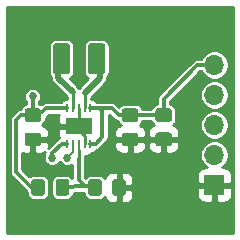
<source format=gbr>
G04 #@! TF.GenerationSoftware,KiCad,Pcbnew,5.1.5+dfsg1-2build2*
G04 #@! TF.CreationDate,2020-09-01T14:50:31-04:00*
G04 #@! TF.ProjectId,TPS63001Supply,54505336-3330-4303-9153-7570706c792e,rev?*
G04 #@! TF.SameCoordinates,Original*
G04 #@! TF.FileFunction,Copper,L1,Top*
G04 #@! TF.FilePolarity,Positive*
%FSLAX46Y46*%
G04 Gerber Fmt 4.6, Leading zero omitted, Abs format (unit mm)*
G04 Created by KiCad (PCBNEW 5.1.5+dfsg1-2build2) date 2020-09-01 14:50:31*
%MOMM*%
%LPD*%
G04 APERTURE LIST*
%ADD10R,0.250000X0.800000*%
%ADD11R,2.200000X1.450000*%
%ADD12C,0.100000*%
%ADD13R,1.700000X1.700000*%
%ADD14O,1.700000X1.700000*%
%ADD15C,0.685800*%
%ADD16C,0.304800*%
%ADD17C,0.254000*%
%ADD18C,0.152400*%
%ADD19C,0.200000*%
%ADD20C,0.508000*%
G04 APERTURE END LIST*
D10*
X149501100Y-103503600D03*
X149001100Y-103503600D03*
X148501100Y-103503600D03*
X148001100Y-103503600D03*
X147501100Y-103503600D03*
X147501100Y-106503600D03*
X148001100Y-106503600D03*
X148501100Y-106503600D03*
X149001100Y-106503600D03*
X149501100Y-106503600D03*
D11*
X148501100Y-105003600D03*
G04 #@! TA.AperFunction,SMDPad,CuDef*
D12*
G36*
X145102105Y-105556404D02*
G01*
X145126373Y-105560004D01*
X145150172Y-105565965D01*
X145173271Y-105574230D01*
X145195450Y-105584720D01*
X145216493Y-105597332D01*
X145236199Y-105611947D01*
X145254377Y-105628423D01*
X145270853Y-105646601D01*
X145285468Y-105666307D01*
X145298080Y-105687350D01*
X145308570Y-105709529D01*
X145316835Y-105732628D01*
X145322796Y-105756427D01*
X145326396Y-105780695D01*
X145327600Y-105805199D01*
X145327600Y-106455201D01*
X145326396Y-106479705D01*
X145322796Y-106503973D01*
X145316835Y-106527772D01*
X145308570Y-106550871D01*
X145298080Y-106573050D01*
X145285468Y-106594093D01*
X145270853Y-106613799D01*
X145254377Y-106631977D01*
X145236199Y-106648453D01*
X145216493Y-106663068D01*
X145195450Y-106675680D01*
X145173271Y-106686170D01*
X145150172Y-106694435D01*
X145126373Y-106700396D01*
X145102105Y-106703996D01*
X145077601Y-106705200D01*
X144177599Y-106705200D01*
X144153095Y-106703996D01*
X144128827Y-106700396D01*
X144105028Y-106694435D01*
X144081929Y-106686170D01*
X144059750Y-106675680D01*
X144038707Y-106663068D01*
X144019001Y-106648453D01*
X144000823Y-106631977D01*
X143984347Y-106613799D01*
X143969732Y-106594093D01*
X143957120Y-106573050D01*
X143946630Y-106550871D01*
X143938365Y-106527772D01*
X143932404Y-106503973D01*
X143928804Y-106479705D01*
X143927600Y-106455201D01*
X143927600Y-105805199D01*
X143928804Y-105780695D01*
X143932404Y-105756427D01*
X143938365Y-105732628D01*
X143946630Y-105709529D01*
X143957120Y-105687350D01*
X143969732Y-105666307D01*
X143984347Y-105646601D01*
X144000823Y-105628423D01*
X144019001Y-105611947D01*
X144038707Y-105597332D01*
X144059750Y-105584720D01*
X144081929Y-105574230D01*
X144105028Y-105565965D01*
X144128827Y-105560004D01*
X144153095Y-105556404D01*
X144177599Y-105555200D01*
X145077601Y-105555200D01*
X145102105Y-105556404D01*
G37*
G04 #@! TD.AperFunction*
G04 #@! TA.AperFunction,SMDPad,CuDef*
G36*
X145102105Y-103506404D02*
G01*
X145126373Y-103510004D01*
X145150172Y-103515965D01*
X145173271Y-103524230D01*
X145195450Y-103534720D01*
X145216493Y-103547332D01*
X145236199Y-103561947D01*
X145254377Y-103578423D01*
X145270853Y-103596601D01*
X145285468Y-103616307D01*
X145298080Y-103637350D01*
X145308570Y-103659529D01*
X145316835Y-103682628D01*
X145322796Y-103706427D01*
X145326396Y-103730695D01*
X145327600Y-103755199D01*
X145327600Y-104405201D01*
X145326396Y-104429705D01*
X145322796Y-104453973D01*
X145316835Y-104477772D01*
X145308570Y-104500871D01*
X145298080Y-104523050D01*
X145285468Y-104544093D01*
X145270853Y-104563799D01*
X145254377Y-104581977D01*
X145236199Y-104598453D01*
X145216493Y-104613068D01*
X145195450Y-104625680D01*
X145173271Y-104636170D01*
X145150172Y-104644435D01*
X145126373Y-104650396D01*
X145102105Y-104653996D01*
X145077601Y-104655200D01*
X144177599Y-104655200D01*
X144153095Y-104653996D01*
X144128827Y-104650396D01*
X144105028Y-104644435D01*
X144081929Y-104636170D01*
X144059750Y-104625680D01*
X144038707Y-104613068D01*
X144019001Y-104598453D01*
X144000823Y-104581977D01*
X143984347Y-104563799D01*
X143969732Y-104544093D01*
X143957120Y-104523050D01*
X143946630Y-104500871D01*
X143938365Y-104477772D01*
X143932404Y-104453973D01*
X143928804Y-104429705D01*
X143927600Y-104405201D01*
X143927600Y-103755199D01*
X143928804Y-103730695D01*
X143932404Y-103706427D01*
X143938365Y-103682628D01*
X143946630Y-103659529D01*
X143957120Y-103637350D01*
X143969732Y-103616307D01*
X143984347Y-103596601D01*
X144000823Y-103578423D01*
X144019001Y-103561947D01*
X144038707Y-103547332D01*
X144059750Y-103534720D01*
X144081929Y-103524230D01*
X144105028Y-103515965D01*
X144128827Y-103510004D01*
X144153095Y-103506404D01*
X144177599Y-103505200D01*
X145077601Y-103505200D01*
X145102105Y-103506404D01*
G37*
G04 #@! TD.AperFunction*
G04 #@! TA.AperFunction,SMDPad,CuDef*
G36*
X150224505Y-109501204D02*
G01*
X150248773Y-109504804D01*
X150272572Y-109510765D01*
X150295671Y-109519030D01*
X150317850Y-109529520D01*
X150338893Y-109542132D01*
X150358599Y-109556747D01*
X150376777Y-109573223D01*
X150393253Y-109591401D01*
X150407868Y-109611107D01*
X150420480Y-109632150D01*
X150430970Y-109654329D01*
X150439235Y-109677428D01*
X150445196Y-109701227D01*
X150448796Y-109725495D01*
X150450000Y-109749999D01*
X150450000Y-110650001D01*
X150448796Y-110674505D01*
X150445196Y-110698773D01*
X150439235Y-110722572D01*
X150430970Y-110745671D01*
X150420480Y-110767850D01*
X150407868Y-110788893D01*
X150393253Y-110808599D01*
X150376777Y-110826777D01*
X150358599Y-110843253D01*
X150338893Y-110857868D01*
X150317850Y-110870480D01*
X150295671Y-110880970D01*
X150272572Y-110889235D01*
X150248773Y-110895196D01*
X150224505Y-110898796D01*
X150200001Y-110900000D01*
X149549999Y-110900000D01*
X149525495Y-110898796D01*
X149501227Y-110895196D01*
X149477428Y-110889235D01*
X149454329Y-110880970D01*
X149432150Y-110870480D01*
X149411107Y-110857868D01*
X149391401Y-110843253D01*
X149373223Y-110826777D01*
X149356747Y-110808599D01*
X149342132Y-110788893D01*
X149329520Y-110767850D01*
X149319030Y-110745671D01*
X149310765Y-110722572D01*
X149304804Y-110698773D01*
X149301204Y-110674505D01*
X149300000Y-110650001D01*
X149300000Y-109749999D01*
X149301204Y-109725495D01*
X149304804Y-109701227D01*
X149310765Y-109677428D01*
X149319030Y-109654329D01*
X149329520Y-109632150D01*
X149342132Y-109611107D01*
X149356747Y-109591401D01*
X149373223Y-109573223D01*
X149391401Y-109556747D01*
X149411107Y-109542132D01*
X149432150Y-109529520D01*
X149454329Y-109519030D01*
X149477428Y-109510765D01*
X149501227Y-109504804D01*
X149525495Y-109501204D01*
X149549999Y-109500000D01*
X150200001Y-109500000D01*
X150224505Y-109501204D01*
G37*
G04 #@! TD.AperFunction*
G04 #@! TA.AperFunction,SMDPad,CuDef*
G36*
X152274505Y-109501204D02*
G01*
X152298773Y-109504804D01*
X152322572Y-109510765D01*
X152345671Y-109519030D01*
X152367850Y-109529520D01*
X152388893Y-109542132D01*
X152408599Y-109556747D01*
X152426777Y-109573223D01*
X152443253Y-109591401D01*
X152457868Y-109611107D01*
X152470480Y-109632150D01*
X152480970Y-109654329D01*
X152489235Y-109677428D01*
X152495196Y-109701227D01*
X152498796Y-109725495D01*
X152500000Y-109749999D01*
X152500000Y-110650001D01*
X152498796Y-110674505D01*
X152495196Y-110698773D01*
X152489235Y-110722572D01*
X152480970Y-110745671D01*
X152470480Y-110767850D01*
X152457868Y-110788893D01*
X152443253Y-110808599D01*
X152426777Y-110826777D01*
X152408599Y-110843253D01*
X152388893Y-110857868D01*
X152367850Y-110870480D01*
X152345671Y-110880970D01*
X152322572Y-110889235D01*
X152298773Y-110895196D01*
X152274505Y-110898796D01*
X152250001Y-110900000D01*
X151599999Y-110900000D01*
X151575495Y-110898796D01*
X151551227Y-110895196D01*
X151527428Y-110889235D01*
X151504329Y-110880970D01*
X151482150Y-110870480D01*
X151461107Y-110857868D01*
X151441401Y-110843253D01*
X151423223Y-110826777D01*
X151406747Y-110808599D01*
X151392132Y-110788893D01*
X151379520Y-110767850D01*
X151369030Y-110745671D01*
X151360765Y-110722572D01*
X151354804Y-110698773D01*
X151351204Y-110674505D01*
X151350000Y-110650001D01*
X151350000Y-109749999D01*
X151351204Y-109725495D01*
X151354804Y-109701227D01*
X151360765Y-109677428D01*
X151369030Y-109654329D01*
X151379520Y-109632150D01*
X151392132Y-109611107D01*
X151406747Y-109591401D01*
X151423223Y-109573223D01*
X151441401Y-109556747D01*
X151461107Y-109542132D01*
X151482150Y-109529520D01*
X151504329Y-109519030D01*
X151527428Y-109510765D01*
X151551227Y-109504804D01*
X151575495Y-109501204D01*
X151599999Y-109500000D01*
X152250001Y-109500000D01*
X152274505Y-109501204D01*
G37*
G04 #@! TD.AperFunction*
G04 #@! TA.AperFunction,SMDPad,CuDef*
G36*
X156174505Y-105551204D02*
G01*
X156198773Y-105554804D01*
X156222572Y-105560765D01*
X156245671Y-105569030D01*
X156267850Y-105579520D01*
X156288893Y-105592132D01*
X156308599Y-105606747D01*
X156326777Y-105623223D01*
X156343253Y-105641401D01*
X156357868Y-105661107D01*
X156370480Y-105682150D01*
X156380970Y-105704329D01*
X156389235Y-105727428D01*
X156395196Y-105751227D01*
X156398796Y-105775495D01*
X156400000Y-105799999D01*
X156400000Y-106450001D01*
X156398796Y-106474505D01*
X156395196Y-106498773D01*
X156389235Y-106522572D01*
X156380970Y-106545671D01*
X156370480Y-106567850D01*
X156357868Y-106588893D01*
X156343253Y-106608599D01*
X156326777Y-106626777D01*
X156308599Y-106643253D01*
X156288893Y-106657868D01*
X156267850Y-106670480D01*
X156245671Y-106680970D01*
X156222572Y-106689235D01*
X156198773Y-106695196D01*
X156174505Y-106698796D01*
X156150001Y-106700000D01*
X155249999Y-106700000D01*
X155225495Y-106698796D01*
X155201227Y-106695196D01*
X155177428Y-106689235D01*
X155154329Y-106680970D01*
X155132150Y-106670480D01*
X155111107Y-106657868D01*
X155091401Y-106643253D01*
X155073223Y-106626777D01*
X155056747Y-106608599D01*
X155042132Y-106588893D01*
X155029520Y-106567850D01*
X155019030Y-106545671D01*
X155010765Y-106522572D01*
X155004804Y-106498773D01*
X155001204Y-106474505D01*
X155000000Y-106450001D01*
X155000000Y-105799999D01*
X155001204Y-105775495D01*
X155004804Y-105751227D01*
X155010765Y-105727428D01*
X155019030Y-105704329D01*
X155029520Y-105682150D01*
X155042132Y-105661107D01*
X155056747Y-105641401D01*
X155073223Y-105623223D01*
X155091401Y-105606747D01*
X155111107Y-105592132D01*
X155132150Y-105579520D01*
X155154329Y-105569030D01*
X155177428Y-105560765D01*
X155201227Y-105554804D01*
X155225495Y-105551204D01*
X155249999Y-105550000D01*
X156150001Y-105550000D01*
X156174505Y-105551204D01*
G37*
G04 #@! TD.AperFunction*
G04 #@! TA.AperFunction,SMDPad,CuDef*
G36*
X156174505Y-103501204D02*
G01*
X156198773Y-103504804D01*
X156222572Y-103510765D01*
X156245671Y-103519030D01*
X156267850Y-103529520D01*
X156288893Y-103542132D01*
X156308599Y-103556747D01*
X156326777Y-103573223D01*
X156343253Y-103591401D01*
X156357868Y-103611107D01*
X156370480Y-103632150D01*
X156380970Y-103654329D01*
X156389235Y-103677428D01*
X156395196Y-103701227D01*
X156398796Y-103725495D01*
X156400000Y-103749999D01*
X156400000Y-104400001D01*
X156398796Y-104424505D01*
X156395196Y-104448773D01*
X156389235Y-104472572D01*
X156380970Y-104495671D01*
X156370480Y-104517850D01*
X156357868Y-104538893D01*
X156343253Y-104558599D01*
X156326777Y-104576777D01*
X156308599Y-104593253D01*
X156288893Y-104607868D01*
X156267850Y-104620480D01*
X156245671Y-104630970D01*
X156222572Y-104639235D01*
X156198773Y-104645196D01*
X156174505Y-104648796D01*
X156150001Y-104650000D01*
X155249999Y-104650000D01*
X155225495Y-104648796D01*
X155201227Y-104645196D01*
X155177428Y-104639235D01*
X155154329Y-104630970D01*
X155132150Y-104620480D01*
X155111107Y-104607868D01*
X155091401Y-104593253D01*
X155073223Y-104576777D01*
X155056747Y-104558599D01*
X155042132Y-104538893D01*
X155029520Y-104517850D01*
X155019030Y-104495671D01*
X155010765Y-104472572D01*
X155004804Y-104448773D01*
X155001204Y-104424505D01*
X155000000Y-104400001D01*
X155000000Y-103749999D01*
X155001204Y-103725495D01*
X155004804Y-103701227D01*
X155010765Y-103677428D01*
X155019030Y-103654329D01*
X155029520Y-103632150D01*
X155042132Y-103611107D01*
X155056747Y-103591401D01*
X155073223Y-103573223D01*
X155091401Y-103556747D01*
X155111107Y-103542132D01*
X155132150Y-103529520D01*
X155154329Y-103519030D01*
X155177428Y-103510765D01*
X155201227Y-103504804D01*
X155225495Y-103501204D01*
X155249999Y-103500000D01*
X156150001Y-103500000D01*
X156174505Y-103501204D01*
G37*
G04 #@! TD.AperFunction*
G04 #@! TA.AperFunction,SMDPad,CuDef*
G36*
X153331705Y-103506404D02*
G01*
X153355973Y-103510004D01*
X153379772Y-103515965D01*
X153402871Y-103524230D01*
X153425050Y-103534720D01*
X153446093Y-103547332D01*
X153465799Y-103561947D01*
X153483977Y-103578423D01*
X153500453Y-103596601D01*
X153515068Y-103616307D01*
X153527680Y-103637350D01*
X153538170Y-103659529D01*
X153546435Y-103682628D01*
X153552396Y-103706427D01*
X153555996Y-103730695D01*
X153557200Y-103755199D01*
X153557200Y-104405201D01*
X153555996Y-104429705D01*
X153552396Y-104453973D01*
X153546435Y-104477772D01*
X153538170Y-104500871D01*
X153527680Y-104523050D01*
X153515068Y-104544093D01*
X153500453Y-104563799D01*
X153483977Y-104581977D01*
X153465799Y-104598453D01*
X153446093Y-104613068D01*
X153425050Y-104625680D01*
X153402871Y-104636170D01*
X153379772Y-104644435D01*
X153355973Y-104650396D01*
X153331705Y-104653996D01*
X153307201Y-104655200D01*
X152407199Y-104655200D01*
X152382695Y-104653996D01*
X152358427Y-104650396D01*
X152334628Y-104644435D01*
X152311529Y-104636170D01*
X152289350Y-104625680D01*
X152268307Y-104613068D01*
X152248601Y-104598453D01*
X152230423Y-104581977D01*
X152213947Y-104563799D01*
X152199332Y-104544093D01*
X152186720Y-104523050D01*
X152176230Y-104500871D01*
X152167965Y-104477772D01*
X152162004Y-104453973D01*
X152158404Y-104429705D01*
X152157200Y-104405201D01*
X152157200Y-103755199D01*
X152158404Y-103730695D01*
X152162004Y-103706427D01*
X152167965Y-103682628D01*
X152176230Y-103659529D01*
X152186720Y-103637350D01*
X152199332Y-103616307D01*
X152213947Y-103596601D01*
X152230423Y-103578423D01*
X152248601Y-103561947D01*
X152268307Y-103547332D01*
X152289350Y-103534720D01*
X152311529Y-103524230D01*
X152334628Y-103515965D01*
X152358427Y-103510004D01*
X152382695Y-103506404D01*
X152407199Y-103505200D01*
X153307201Y-103505200D01*
X153331705Y-103506404D01*
G37*
G04 #@! TD.AperFunction*
G04 #@! TA.AperFunction,SMDPad,CuDef*
G36*
X153331705Y-105556404D02*
G01*
X153355973Y-105560004D01*
X153379772Y-105565965D01*
X153402871Y-105574230D01*
X153425050Y-105584720D01*
X153446093Y-105597332D01*
X153465799Y-105611947D01*
X153483977Y-105628423D01*
X153500453Y-105646601D01*
X153515068Y-105666307D01*
X153527680Y-105687350D01*
X153538170Y-105709529D01*
X153546435Y-105732628D01*
X153552396Y-105756427D01*
X153555996Y-105780695D01*
X153557200Y-105805199D01*
X153557200Y-106455201D01*
X153555996Y-106479705D01*
X153552396Y-106503973D01*
X153546435Y-106527772D01*
X153538170Y-106550871D01*
X153527680Y-106573050D01*
X153515068Y-106594093D01*
X153500453Y-106613799D01*
X153483977Y-106631977D01*
X153465799Y-106648453D01*
X153446093Y-106663068D01*
X153425050Y-106675680D01*
X153402871Y-106686170D01*
X153379772Y-106694435D01*
X153355973Y-106700396D01*
X153331705Y-106703996D01*
X153307201Y-106705200D01*
X152407199Y-106705200D01*
X152382695Y-106703996D01*
X152358427Y-106700396D01*
X152334628Y-106694435D01*
X152311529Y-106686170D01*
X152289350Y-106675680D01*
X152268307Y-106663068D01*
X152248601Y-106648453D01*
X152230423Y-106631977D01*
X152213947Y-106613799D01*
X152199332Y-106594093D01*
X152186720Y-106573050D01*
X152176230Y-106550871D01*
X152167965Y-106527772D01*
X152162004Y-106503973D01*
X152158404Y-106479705D01*
X152157200Y-106455201D01*
X152157200Y-105805199D01*
X152158404Y-105780695D01*
X152162004Y-105756427D01*
X152167965Y-105732628D01*
X152176230Y-105709529D01*
X152186720Y-105687350D01*
X152199332Y-105666307D01*
X152213947Y-105646601D01*
X152230423Y-105628423D01*
X152248601Y-105611947D01*
X152268307Y-105597332D01*
X152289350Y-105584720D01*
X152311529Y-105574230D01*
X152334628Y-105565965D01*
X152358427Y-105560004D01*
X152382695Y-105556404D01*
X152407199Y-105555200D01*
X153307201Y-105555200D01*
X153331705Y-105556404D01*
G37*
G04 #@! TD.AperFunction*
D13*
X160000000Y-110000000D03*
D14*
X160000000Y-107460000D03*
X160000000Y-104920000D03*
X160000000Y-102380000D03*
X160000000Y-99840000D03*
G04 #@! TA.AperFunction,SMDPad,CuDef*
D12*
G36*
X147538704Y-97990204D02*
G01*
X147562973Y-97993804D01*
X147586771Y-97999765D01*
X147609871Y-98008030D01*
X147632049Y-98018520D01*
X147653093Y-98031133D01*
X147672798Y-98045747D01*
X147690977Y-98062223D01*
X147707453Y-98080402D01*
X147722067Y-98100107D01*
X147734680Y-98121151D01*
X147745170Y-98143329D01*
X147753435Y-98166429D01*
X147759396Y-98190227D01*
X147762996Y-98214496D01*
X147764200Y-98239000D01*
X147764200Y-100389000D01*
X147762996Y-100413504D01*
X147759396Y-100437773D01*
X147753435Y-100461571D01*
X147745170Y-100484671D01*
X147734680Y-100506849D01*
X147722067Y-100527893D01*
X147707453Y-100547598D01*
X147690977Y-100565777D01*
X147672798Y-100582253D01*
X147653093Y-100596867D01*
X147632049Y-100609480D01*
X147609871Y-100619970D01*
X147586771Y-100628235D01*
X147562973Y-100634196D01*
X147538704Y-100637796D01*
X147514200Y-100639000D01*
X146589200Y-100639000D01*
X146564696Y-100637796D01*
X146540427Y-100634196D01*
X146516629Y-100628235D01*
X146493529Y-100619970D01*
X146471351Y-100609480D01*
X146450307Y-100596867D01*
X146430602Y-100582253D01*
X146412423Y-100565777D01*
X146395947Y-100547598D01*
X146381333Y-100527893D01*
X146368720Y-100506849D01*
X146358230Y-100484671D01*
X146349965Y-100461571D01*
X146344004Y-100437773D01*
X146340404Y-100413504D01*
X146339200Y-100389000D01*
X146339200Y-98239000D01*
X146340404Y-98214496D01*
X146344004Y-98190227D01*
X146349965Y-98166429D01*
X146358230Y-98143329D01*
X146368720Y-98121151D01*
X146381333Y-98100107D01*
X146395947Y-98080402D01*
X146412423Y-98062223D01*
X146430602Y-98045747D01*
X146450307Y-98031133D01*
X146471351Y-98018520D01*
X146493529Y-98008030D01*
X146516629Y-97999765D01*
X146540427Y-97993804D01*
X146564696Y-97990204D01*
X146589200Y-97989000D01*
X147514200Y-97989000D01*
X147538704Y-97990204D01*
G37*
G04 #@! TD.AperFunction*
G04 #@! TA.AperFunction,SMDPad,CuDef*
G36*
X150513704Y-97990204D02*
G01*
X150537973Y-97993804D01*
X150561771Y-97999765D01*
X150584871Y-98008030D01*
X150607049Y-98018520D01*
X150628093Y-98031133D01*
X150647798Y-98045747D01*
X150665977Y-98062223D01*
X150682453Y-98080402D01*
X150697067Y-98100107D01*
X150709680Y-98121151D01*
X150720170Y-98143329D01*
X150728435Y-98166429D01*
X150734396Y-98190227D01*
X150737996Y-98214496D01*
X150739200Y-98239000D01*
X150739200Y-100389000D01*
X150737996Y-100413504D01*
X150734396Y-100437773D01*
X150728435Y-100461571D01*
X150720170Y-100484671D01*
X150709680Y-100506849D01*
X150697067Y-100527893D01*
X150682453Y-100547598D01*
X150665977Y-100565777D01*
X150647798Y-100582253D01*
X150628093Y-100596867D01*
X150607049Y-100609480D01*
X150584871Y-100619970D01*
X150561771Y-100628235D01*
X150537973Y-100634196D01*
X150513704Y-100637796D01*
X150489200Y-100639000D01*
X149564200Y-100639000D01*
X149539696Y-100637796D01*
X149515427Y-100634196D01*
X149491629Y-100628235D01*
X149468529Y-100619970D01*
X149446351Y-100609480D01*
X149425307Y-100596867D01*
X149405602Y-100582253D01*
X149387423Y-100565777D01*
X149370947Y-100547598D01*
X149356333Y-100527893D01*
X149343720Y-100506849D01*
X149333230Y-100484671D01*
X149324965Y-100461571D01*
X149319004Y-100437773D01*
X149315404Y-100413504D01*
X149314200Y-100389000D01*
X149314200Y-98239000D01*
X149315404Y-98214496D01*
X149319004Y-98190227D01*
X149324965Y-98166429D01*
X149333230Y-98143329D01*
X149343720Y-98121151D01*
X149356333Y-98100107D01*
X149370947Y-98080402D01*
X149387423Y-98062223D01*
X149405602Y-98045747D01*
X149425307Y-98031133D01*
X149446351Y-98018520D01*
X149468529Y-98008030D01*
X149491629Y-97999765D01*
X149515427Y-97993804D01*
X149539696Y-97990204D01*
X149564200Y-97989000D01*
X150489200Y-97989000D01*
X150513704Y-97990204D01*
G37*
G04 #@! TD.AperFunction*
G04 #@! TA.AperFunction,SMDPad,CuDef*
G36*
X145424505Y-109501204D02*
G01*
X145448773Y-109504804D01*
X145472572Y-109510765D01*
X145495671Y-109519030D01*
X145517850Y-109529520D01*
X145538893Y-109542132D01*
X145558599Y-109556747D01*
X145576777Y-109573223D01*
X145593253Y-109591401D01*
X145607868Y-109611107D01*
X145620480Y-109632150D01*
X145630970Y-109654329D01*
X145639235Y-109677428D01*
X145645196Y-109701227D01*
X145648796Y-109725495D01*
X145650000Y-109749999D01*
X145650000Y-110650001D01*
X145648796Y-110674505D01*
X145645196Y-110698773D01*
X145639235Y-110722572D01*
X145630970Y-110745671D01*
X145620480Y-110767850D01*
X145607868Y-110788893D01*
X145593253Y-110808599D01*
X145576777Y-110826777D01*
X145558599Y-110843253D01*
X145538893Y-110857868D01*
X145517850Y-110870480D01*
X145495671Y-110880970D01*
X145472572Y-110889235D01*
X145448773Y-110895196D01*
X145424505Y-110898796D01*
X145400001Y-110900000D01*
X144749999Y-110900000D01*
X144725495Y-110898796D01*
X144701227Y-110895196D01*
X144677428Y-110889235D01*
X144654329Y-110880970D01*
X144632150Y-110870480D01*
X144611107Y-110857868D01*
X144591401Y-110843253D01*
X144573223Y-110826777D01*
X144556747Y-110808599D01*
X144542132Y-110788893D01*
X144529520Y-110767850D01*
X144519030Y-110745671D01*
X144510765Y-110722572D01*
X144504804Y-110698773D01*
X144501204Y-110674505D01*
X144500000Y-110650001D01*
X144500000Y-109749999D01*
X144501204Y-109725495D01*
X144504804Y-109701227D01*
X144510765Y-109677428D01*
X144519030Y-109654329D01*
X144529520Y-109632150D01*
X144542132Y-109611107D01*
X144556747Y-109591401D01*
X144573223Y-109573223D01*
X144591401Y-109556747D01*
X144611107Y-109542132D01*
X144632150Y-109529520D01*
X144654329Y-109519030D01*
X144677428Y-109510765D01*
X144701227Y-109504804D01*
X144725495Y-109501204D01*
X144749999Y-109500000D01*
X145400001Y-109500000D01*
X145424505Y-109501204D01*
G37*
G04 #@! TD.AperFunction*
G04 #@! TA.AperFunction,SMDPad,CuDef*
G36*
X147474505Y-109501204D02*
G01*
X147498773Y-109504804D01*
X147522572Y-109510765D01*
X147545671Y-109519030D01*
X147567850Y-109529520D01*
X147588893Y-109542132D01*
X147608599Y-109556747D01*
X147626777Y-109573223D01*
X147643253Y-109591401D01*
X147657868Y-109611107D01*
X147670480Y-109632150D01*
X147680970Y-109654329D01*
X147689235Y-109677428D01*
X147695196Y-109701227D01*
X147698796Y-109725495D01*
X147700000Y-109749999D01*
X147700000Y-110650001D01*
X147698796Y-110674505D01*
X147695196Y-110698773D01*
X147689235Y-110722572D01*
X147680970Y-110745671D01*
X147670480Y-110767850D01*
X147657868Y-110788893D01*
X147643253Y-110808599D01*
X147626777Y-110826777D01*
X147608599Y-110843253D01*
X147588893Y-110857868D01*
X147567850Y-110870480D01*
X147545671Y-110880970D01*
X147522572Y-110889235D01*
X147498773Y-110895196D01*
X147474505Y-110898796D01*
X147450001Y-110900000D01*
X146799999Y-110900000D01*
X146775495Y-110898796D01*
X146751227Y-110895196D01*
X146727428Y-110889235D01*
X146704329Y-110880970D01*
X146682150Y-110870480D01*
X146661107Y-110857868D01*
X146641401Y-110843253D01*
X146623223Y-110826777D01*
X146606747Y-110808599D01*
X146592132Y-110788893D01*
X146579520Y-110767850D01*
X146569030Y-110745671D01*
X146560765Y-110722572D01*
X146554804Y-110698773D01*
X146551204Y-110674505D01*
X146550000Y-110650001D01*
X146550000Y-109749999D01*
X146551204Y-109725495D01*
X146554804Y-109701227D01*
X146560765Y-109677428D01*
X146569030Y-109654329D01*
X146579520Y-109632150D01*
X146592132Y-109611107D01*
X146606747Y-109591401D01*
X146623223Y-109573223D01*
X146641401Y-109556747D01*
X146661107Y-109542132D01*
X146682150Y-109529520D01*
X146704329Y-109519030D01*
X146727428Y-109510765D01*
X146751227Y-109504804D01*
X146775495Y-109501204D01*
X146799999Y-109500000D01*
X147450001Y-109500000D01*
X147474505Y-109501204D01*
G37*
G04 #@! TD.AperFunction*
D15*
X144600000Y-102500000D03*
X146253200Y-107670600D03*
X147548600Y-107696000D03*
D16*
X144627600Y-103855200D02*
X144317400Y-103855200D01*
X144627600Y-103855200D02*
X145405000Y-103855200D01*
X145405000Y-103855200D02*
X145756600Y-103503600D01*
X145756600Y-103503600D02*
X147495099Y-103503600D01*
D17*
X148501100Y-105321100D02*
X149001100Y-105821100D01*
X149001100Y-105821100D02*
X149001100Y-106503600D01*
D18*
X148501100Y-105003600D02*
X148501100Y-105321100D01*
D17*
X148501100Y-103503600D02*
X148501100Y-105003600D01*
D16*
X145468000Y-110134400D02*
X145368000Y-110134400D01*
D17*
X148501100Y-107056000D02*
X148501100Y-107810300D01*
D19*
X148501100Y-106503600D02*
X148501100Y-107056000D01*
D16*
X145108600Y-110200000D02*
X145043000Y-110134400D01*
X144600000Y-104052600D02*
X144627600Y-104080200D01*
X144600000Y-102500000D02*
X144600000Y-104052600D01*
X144500000Y-110200000D02*
X143200000Y-108900000D01*
X145075000Y-110200000D02*
X144500000Y-110200000D01*
X143200000Y-108900000D02*
X143200000Y-104500000D01*
X143619800Y-104080200D02*
X144627600Y-104080200D01*
X143200000Y-104500000D02*
X143619800Y-104080200D01*
X148501100Y-107810300D02*
X148501100Y-109601100D01*
X148501100Y-109601100D02*
X149000000Y-110100000D01*
X149000000Y-110100000D02*
X149875000Y-110200000D01*
X147125000Y-110200000D02*
X149000000Y-110100000D01*
X149930900Y-106503600D02*
X150500000Y-105934500D01*
X149501100Y-106503600D02*
X149930900Y-106503600D01*
X150500000Y-105934500D02*
X150500000Y-103700000D01*
X150303600Y-103503600D02*
X149501100Y-103503600D01*
X150500000Y-103700000D02*
X150303600Y-103503600D01*
X150303600Y-103503600D02*
X151303600Y-103503600D01*
X151880200Y-104080200D02*
X152857200Y-104080200D01*
X151303600Y-103503600D02*
X151880200Y-104080200D01*
X155694800Y-104080200D02*
X155700000Y-104075000D01*
X152857200Y-104080200D02*
X155694800Y-104080200D01*
X160000000Y-99840000D02*
X158560000Y-99840000D01*
X155700000Y-102700000D02*
X155700000Y-104075000D01*
X158560000Y-99840000D02*
X155700000Y-102700000D01*
X146253200Y-107321700D02*
X146253200Y-107670600D01*
X147501100Y-106503600D02*
X147071300Y-106503600D01*
X147071300Y-106503600D02*
X146253200Y-107321700D01*
D19*
X148001100Y-106503600D02*
X148001100Y-107243500D01*
X148001100Y-107243500D02*
X147548600Y-107696000D01*
D17*
X148001100Y-103503600D02*
X148001100Y-102951200D01*
D18*
X148001100Y-102951200D02*
X148005800Y-102946500D01*
D17*
X148005800Y-102946500D02*
X148005800Y-102136200D01*
D20*
X146789200Y-99314000D02*
X146789200Y-100919600D01*
X146789200Y-100919600D02*
X148005800Y-102136200D01*
D17*
X149001100Y-103503600D02*
X149001100Y-102204900D01*
D20*
X150289200Y-100916800D02*
X150289200Y-99314000D01*
X149001100Y-102204900D02*
X150289200Y-100916800D01*
D17*
G36*
X161544000Y-114044000D02*
G01*
X142456000Y-114044000D01*
X142456000Y-104500000D01*
X142664021Y-104500000D01*
X142666601Y-104526197D01*
X142666600Y-108873813D01*
X142664021Y-108900000D01*
X142666600Y-108926187D01*
X142666600Y-108926194D01*
X142674319Y-109004564D01*
X142704819Y-109105110D01*
X142754349Y-109197775D01*
X142821005Y-109278995D01*
X142841355Y-109295696D01*
X144104304Y-110558645D01*
X144117157Y-110574306D01*
X144117157Y-110650001D01*
X144129317Y-110773462D01*
X144165329Y-110892179D01*
X144223810Y-111001589D01*
X144302512Y-111097488D01*
X144398411Y-111176190D01*
X144507821Y-111234671D01*
X144626538Y-111270683D01*
X144749999Y-111282843D01*
X145400001Y-111282843D01*
X145523462Y-111270683D01*
X145642179Y-111234671D01*
X145751589Y-111176190D01*
X145847488Y-111097488D01*
X145926190Y-111001589D01*
X145984671Y-110892179D01*
X146020683Y-110773462D01*
X146032843Y-110650001D01*
X146032843Y-109749999D01*
X146020683Y-109626538D01*
X145984671Y-109507821D01*
X145926190Y-109398411D01*
X145847488Y-109302512D01*
X145751589Y-109223810D01*
X145642179Y-109165329D01*
X145523462Y-109129317D01*
X145400001Y-109117157D01*
X144749999Y-109117157D01*
X144626538Y-109129317D01*
X144507821Y-109165329D01*
X144398411Y-109223810D01*
X144332359Y-109278018D01*
X143733400Y-108679059D01*
X143733400Y-107309863D01*
X143803118Y-107331012D01*
X143927600Y-107343272D01*
X144341850Y-107340200D01*
X144500600Y-107181450D01*
X144500600Y-106257200D01*
X144480600Y-106257200D01*
X144480600Y-106003200D01*
X144500600Y-106003200D01*
X144500600Y-105983200D01*
X144754600Y-105983200D01*
X144754600Y-106003200D01*
X145803850Y-106003200D01*
X145962600Y-105844450D01*
X145965672Y-105555200D01*
X145953412Y-105430718D01*
X145917102Y-105311020D01*
X145858137Y-105200706D01*
X145778785Y-105104015D01*
X145682094Y-105024663D01*
X145571780Y-104965698D01*
X145452082Y-104929388D01*
X145433820Y-104927589D01*
X145525088Y-104852688D01*
X145603790Y-104756789D01*
X145662271Y-104647379D01*
X145698283Y-104528662D01*
X145710443Y-104405201D01*
X145710443Y-104294558D01*
X145783995Y-104234195D01*
X145800696Y-104213845D01*
X145977541Y-104037000D01*
X146810815Y-104037000D01*
X146775288Y-104154118D01*
X146763028Y-104278600D01*
X146766100Y-104717850D01*
X146924850Y-104876600D01*
X148374100Y-104876600D01*
X148374100Y-104856600D01*
X148628100Y-104856600D01*
X148628100Y-104876600D01*
X148648100Y-104876600D01*
X148648100Y-105130600D01*
X148628100Y-105130600D01*
X148628100Y-105150600D01*
X148374100Y-105150600D01*
X148374100Y-105130600D01*
X146924850Y-105130600D01*
X146766100Y-105289350D01*
X146763028Y-105728600D01*
X146775288Y-105853082D01*
X146811598Y-105972780D01*
X146838546Y-106023195D01*
X146773525Y-106057949D01*
X146720181Y-106101728D01*
X146692305Y-106124605D01*
X146675609Y-106144949D01*
X145937098Y-106883460D01*
X145953412Y-106829682D01*
X145965672Y-106705200D01*
X145962600Y-106415950D01*
X145803850Y-106257200D01*
X144754600Y-106257200D01*
X144754600Y-107181450D01*
X144913350Y-107340200D01*
X145327600Y-107343272D01*
X145452082Y-107331012D01*
X145571780Y-107294702D01*
X145668163Y-107243183D01*
X145611688Y-107327705D01*
X145557119Y-107459446D01*
X145529300Y-107599302D01*
X145529300Y-107741898D01*
X145557119Y-107881754D01*
X145611688Y-108013495D01*
X145690910Y-108132060D01*
X145791740Y-108232890D01*
X145910305Y-108312112D01*
X146042046Y-108366681D01*
X146181902Y-108394500D01*
X146324498Y-108394500D01*
X146464354Y-108366681D01*
X146596095Y-108312112D01*
X146714660Y-108232890D01*
X146815490Y-108132060D01*
X146894712Y-108013495D01*
X146895639Y-108011256D01*
X146907088Y-108038895D01*
X146986310Y-108157460D01*
X147087140Y-108258290D01*
X147205705Y-108337512D01*
X147337446Y-108392081D01*
X147477302Y-108419900D01*
X147619898Y-108419900D01*
X147759754Y-108392081D01*
X147891495Y-108337512D01*
X147967700Y-108286594D01*
X147967701Y-109388067D01*
X147897488Y-109302512D01*
X147801589Y-109223810D01*
X147692179Y-109165329D01*
X147573462Y-109129317D01*
X147450001Y-109117157D01*
X146799999Y-109117157D01*
X146676538Y-109129317D01*
X146557821Y-109165329D01*
X146448411Y-109223810D01*
X146352512Y-109302512D01*
X146273810Y-109398411D01*
X146215329Y-109507821D01*
X146179317Y-109626538D01*
X146167157Y-109749999D01*
X146167157Y-110650001D01*
X146179317Y-110773462D01*
X146215329Y-110892179D01*
X146273810Y-111001589D01*
X146352512Y-111097488D01*
X146448411Y-111176190D01*
X146557821Y-111234671D01*
X146676538Y-111270683D01*
X146799999Y-111282843D01*
X147450001Y-111282843D01*
X147573462Y-111270683D01*
X147692179Y-111234671D01*
X147801589Y-111176190D01*
X147897488Y-111097488D01*
X147976190Y-111001589D01*
X148034671Y-110892179D01*
X148070683Y-110773462D01*
X148079568Y-110683247D01*
X148917157Y-110638575D01*
X148917157Y-110650001D01*
X148929317Y-110773462D01*
X148965329Y-110892179D01*
X149023810Y-111001589D01*
X149102512Y-111097488D01*
X149198411Y-111176190D01*
X149307821Y-111234671D01*
X149426538Y-111270683D01*
X149549999Y-111282843D01*
X150200001Y-111282843D01*
X150323462Y-111270683D01*
X150442179Y-111234671D01*
X150551589Y-111176190D01*
X150647488Y-111097488D01*
X150722389Y-111006220D01*
X150724188Y-111024482D01*
X150760498Y-111144180D01*
X150819463Y-111254494D01*
X150898815Y-111351185D01*
X150995506Y-111430537D01*
X151105820Y-111489502D01*
X151225518Y-111525812D01*
X151350000Y-111538072D01*
X151639250Y-111535000D01*
X151798000Y-111376250D01*
X151798000Y-110327000D01*
X152052000Y-110327000D01*
X152052000Y-111376250D01*
X152210750Y-111535000D01*
X152500000Y-111538072D01*
X152624482Y-111525812D01*
X152744180Y-111489502D01*
X152854494Y-111430537D01*
X152951185Y-111351185D01*
X153030537Y-111254494D01*
X153089502Y-111144180D01*
X153125812Y-111024482D01*
X153138072Y-110900000D01*
X153137702Y-110850000D01*
X158511928Y-110850000D01*
X158524188Y-110974482D01*
X158560498Y-111094180D01*
X158619463Y-111204494D01*
X158698815Y-111301185D01*
X158795506Y-111380537D01*
X158905820Y-111439502D01*
X159025518Y-111475812D01*
X159150000Y-111488072D01*
X159714250Y-111485000D01*
X159873000Y-111326250D01*
X159873000Y-110127000D01*
X160127000Y-110127000D01*
X160127000Y-111326250D01*
X160285750Y-111485000D01*
X160850000Y-111488072D01*
X160974482Y-111475812D01*
X161094180Y-111439502D01*
X161204494Y-111380537D01*
X161301185Y-111301185D01*
X161380537Y-111204494D01*
X161439502Y-111094180D01*
X161475812Y-110974482D01*
X161488072Y-110850000D01*
X161485000Y-110285750D01*
X161326250Y-110127000D01*
X160127000Y-110127000D01*
X159873000Y-110127000D01*
X158673750Y-110127000D01*
X158515000Y-110285750D01*
X158511928Y-110850000D01*
X153137702Y-110850000D01*
X153135000Y-110485750D01*
X152976250Y-110327000D01*
X152052000Y-110327000D01*
X151798000Y-110327000D01*
X151778000Y-110327000D01*
X151778000Y-110073000D01*
X151798000Y-110073000D01*
X151798000Y-109023750D01*
X152052000Y-109023750D01*
X152052000Y-110073000D01*
X152976250Y-110073000D01*
X153135000Y-109914250D01*
X153138072Y-109500000D01*
X153125812Y-109375518D01*
X153089502Y-109255820D01*
X153032940Y-109150000D01*
X158511928Y-109150000D01*
X158515000Y-109714250D01*
X158673750Y-109873000D01*
X159873000Y-109873000D01*
X159873000Y-109853000D01*
X160127000Y-109853000D01*
X160127000Y-109873000D01*
X161326250Y-109873000D01*
X161485000Y-109714250D01*
X161488072Y-109150000D01*
X161475812Y-109025518D01*
X161439502Y-108905820D01*
X161380537Y-108795506D01*
X161301185Y-108698815D01*
X161204494Y-108619463D01*
X161094180Y-108560498D01*
X160974482Y-108524188D01*
X160850000Y-108511928D01*
X160639706Y-108513073D01*
X160784717Y-108416180D01*
X160956180Y-108244717D01*
X161090898Y-108043097D01*
X161183693Y-107819069D01*
X161231000Y-107581243D01*
X161231000Y-107338757D01*
X161183693Y-107100931D01*
X161090898Y-106876903D01*
X160956180Y-106675283D01*
X160784717Y-106503820D01*
X160583097Y-106369102D01*
X160359069Y-106276307D01*
X160121243Y-106229000D01*
X159878757Y-106229000D01*
X159640931Y-106276307D01*
X159416903Y-106369102D01*
X159215283Y-106503820D01*
X159043820Y-106675283D01*
X158909102Y-106876903D01*
X158816307Y-107100931D01*
X158769000Y-107338757D01*
X158769000Y-107581243D01*
X158816307Y-107819069D01*
X158909102Y-108043097D01*
X159043820Y-108244717D01*
X159215283Y-108416180D01*
X159360294Y-108513073D01*
X159150000Y-108511928D01*
X159025518Y-108524188D01*
X158905820Y-108560498D01*
X158795506Y-108619463D01*
X158698815Y-108698815D01*
X158619463Y-108795506D01*
X158560498Y-108905820D01*
X158524188Y-109025518D01*
X158511928Y-109150000D01*
X153032940Y-109150000D01*
X153030537Y-109145506D01*
X152951185Y-109048815D01*
X152854494Y-108969463D01*
X152744180Y-108910498D01*
X152624482Y-108874188D01*
X152500000Y-108861928D01*
X152210750Y-108865000D01*
X152052000Y-109023750D01*
X151798000Y-109023750D01*
X151639250Y-108865000D01*
X151350000Y-108861928D01*
X151225518Y-108874188D01*
X151105820Y-108910498D01*
X150995506Y-108969463D01*
X150898815Y-109048815D01*
X150819463Y-109145506D01*
X150760498Y-109255820D01*
X150724188Y-109375518D01*
X150722389Y-109393780D01*
X150647488Y-109302512D01*
X150551589Y-109223810D01*
X150442179Y-109165329D01*
X150323462Y-109129317D01*
X150200001Y-109117157D01*
X149549999Y-109117157D01*
X149426538Y-109129317D01*
X149307821Y-109165329D01*
X149198411Y-109223810D01*
X149102512Y-109302512D01*
X149036856Y-109382515D01*
X149034500Y-109380159D01*
X149034500Y-107784105D01*
X149026781Y-107705735D01*
X149009100Y-107647448D01*
X149009100Y-107538600D01*
X149128102Y-107538600D01*
X149128102Y-107506852D01*
X149159850Y-107538600D01*
X149265262Y-107526312D01*
X149384073Y-107487197D01*
X149492970Y-107425656D01*
X149587769Y-107344052D01*
X149633384Y-107285726D01*
X149700789Y-107279087D01*
X149772608Y-107257301D01*
X149838796Y-107221922D01*
X149896811Y-107174311D01*
X149944422Y-107116296D01*
X149979801Y-107050108D01*
X149984599Y-107034291D01*
X150035465Y-107029281D01*
X150136011Y-106998781D01*
X150228675Y-106949251D01*
X150309895Y-106882595D01*
X150326595Y-106862246D01*
X150483641Y-106705200D01*
X151519128Y-106705200D01*
X151531388Y-106829682D01*
X151567698Y-106949380D01*
X151626663Y-107059694D01*
X151706015Y-107156385D01*
X151802706Y-107235737D01*
X151913020Y-107294702D01*
X152032718Y-107331012D01*
X152157200Y-107343272D01*
X152571450Y-107340200D01*
X152730200Y-107181450D01*
X152730200Y-106257200D01*
X152984200Y-106257200D01*
X152984200Y-107181450D01*
X153142950Y-107340200D01*
X153557200Y-107343272D01*
X153681682Y-107331012D01*
X153801380Y-107294702D01*
X153911694Y-107235737D01*
X154008385Y-107156385D01*
X154087737Y-107059694D01*
X154146702Y-106949380D01*
X154183012Y-106829682D01*
X154195272Y-106705200D01*
X154195217Y-106700000D01*
X154361928Y-106700000D01*
X154374188Y-106824482D01*
X154410498Y-106944180D01*
X154469463Y-107054494D01*
X154548815Y-107151185D01*
X154645506Y-107230537D01*
X154755820Y-107289502D01*
X154875518Y-107325812D01*
X155000000Y-107338072D01*
X155414250Y-107335000D01*
X155573000Y-107176250D01*
X155573000Y-106252000D01*
X155827000Y-106252000D01*
X155827000Y-107176250D01*
X155985750Y-107335000D01*
X156400000Y-107338072D01*
X156524482Y-107325812D01*
X156644180Y-107289502D01*
X156754494Y-107230537D01*
X156851185Y-107151185D01*
X156930537Y-107054494D01*
X156989502Y-106944180D01*
X157025812Y-106824482D01*
X157038072Y-106700000D01*
X157035000Y-106410750D01*
X156876250Y-106252000D01*
X155827000Y-106252000D01*
X155573000Y-106252000D01*
X154523750Y-106252000D01*
X154365000Y-106410750D01*
X154361928Y-106700000D01*
X154195217Y-106700000D01*
X154192200Y-106415950D01*
X154033450Y-106257200D01*
X152984200Y-106257200D01*
X152730200Y-106257200D01*
X151680950Y-106257200D01*
X151522200Y-106415950D01*
X151519128Y-106705200D01*
X150483641Y-106705200D01*
X150858651Y-106330191D01*
X150878995Y-106313495D01*
X150945651Y-106232275D01*
X150995181Y-106139611D01*
X151025681Y-106039065D01*
X151033400Y-105960695D01*
X151033400Y-105960687D01*
X151035979Y-105934500D01*
X151033400Y-105908313D01*
X151033400Y-104037000D01*
X151082659Y-104037000D01*
X151484504Y-104438845D01*
X151501205Y-104459195D01*
X151582425Y-104525851D01*
X151675089Y-104575381D01*
X151775635Y-104605881D01*
X151810997Y-104609364D01*
X151822529Y-104647379D01*
X151881010Y-104756789D01*
X151959712Y-104852688D01*
X152050980Y-104927589D01*
X152032718Y-104929388D01*
X151913020Y-104965698D01*
X151802706Y-105024663D01*
X151706015Y-105104015D01*
X151626663Y-105200706D01*
X151567698Y-105311020D01*
X151531388Y-105430718D01*
X151519128Y-105555200D01*
X151522200Y-105844450D01*
X151680950Y-106003200D01*
X152730200Y-106003200D01*
X152730200Y-105983200D01*
X152984200Y-105983200D01*
X152984200Y-106003200D01*
X154033450Y-106003200D01*
X154192200Y-105844450D01*
X154195272Y-105555200D01*
X154183012Y-105430718D01*
X154146702Y-105311020D01*
X154087737Y-105200706D01*
X154008385Y-105104015D01*
X153911694Y-105024663D01*
X153801380Y-104965698D01*
X153681682Y-104929388D01*
X153663420Y-104927589D01*
X153754688Y-104852688D01*
X153833390Y-104756789D01*
X153891871Y-104647379D01*
X153902118Y-104613600D01*
X154656660Y-104613600D01*
X154665329Y-104642179D01*
X154723810Y-104751589D01*
X154802512Y-104847488D01*
X154893780Y-104922389D01*
X154875518Y-104924188D01*
X154755820Y-104960498D01*
X154645506Y-105019463D01*
X154548815Y-105098815D01*
X154469463Y-105195506D01*
X154410498Y-105305820D01*
X154374188Y-105425518D01*
X154361928Y-105550000D01*
X154365000Y-105839250D01*
X154523750Y-105998000D01*
X155573000Y-105998000D01*
X155573000Y-105978000D01*
X155827000Y-105978000D01*
X155827000Y-105998000D01*
X156876250Y-105998000D01*
X157035000Y-105839250D01*
X157038072Y-105550000D01*
X157025812Y-105425518D01*
X156989502Y-105305820D01*
X156930537Y-105195506D01*
X156851185Y-105098815D01*
X156754494Y-105019463D01*
X156644180Y-104960498D01*
X156524482Y-104924188D01*
X156506220Y-104922389D01*
X156597488Y-104847488D01*
X156637480Y-104798757D01*
X158769000Y-104798757D01*
X158769000Y-105041243D01*
X158816307Y-105279069D01*
X158909102Y-105503097D01*
X159043820Y-105704717D01*
X159215283Y-105876180D01*
X159416903Y-106010898D01*
X159640931Y-106103693D01*
X159878757Y-106151000D01*
X160121243Y-106151000D01*
X160359069Y-106103693D01*
X160583097Y-106010898D01*
X160784717Y-105876180D01*
X160956180Y-105704717D01*
X161090898Y-105503097D01*
X161183693Y-105279069D01*
X161231000Y-105041243D01*
X161231000Y-104798757D01*
X161183693Y-104560931D01*
X161090898Y-104336903D01*
X160956180Y-104135283D01*
X160784717Y-103963820D01*
X160583097Y-103829102D01*
X160359069Y-103736307D01*
X160121243Y-103689000D01*
X159878757Y-103689000D01*
X159640931Y-103736307D01*
X159416903Y-103829102D01*
X159215283Y-103963820D01*
X159043820Y-104135283D01*
X158909102Y-104336903D01*
X158816307Y-104560931D01*
X158769000Y-104798757D01*
X156637480Y-104798757D01*
X156676190Y-104751589D01*
X156734671Y-104642179D01*
X156770683Y-104523462D01*
X156782843Y-104400001D01*
X156782843Y-103749999D01*
X156770683Y-103626538D01*
X156734671Y-103507821D01*
X156676190Y-103398411D01*
X156597488Y-103302512D01*
X156501589Y-103223810D01*
X156392179Y-103165329D01*
X156273462Y-103129317D01*
X156233400Y-103125371D01*
X156233400Y-102920941D01*
X156895584Y-102258757D01*
X158769000Y-102258757D01*
X158769000Y-102501243D01*
X158816307Y-102739069D01*
X158909102Y-102963097D01*
X159043820Y-103164717D01*
X159215283Y-103336180D01*
X159416903Y-103470898D01*
X159640931Y-103563693D01*
X159878757Y-103611000D01*
X160121243Y-103611000D01*
X160359069Y-103563693D01*
X160583097Y-103470898D01*
X160784717Y-103336180D01*
X160956180Y-103164717D01*
X161090898Y-102963097D01*
X161183693Y-102739069D01*
X161231000Y-102501243D01*
X161231000Y-102258757D01*
X161183693Y-102020931D01*
X161090898Y-101796903D01*
X160956180Y-101595283D01*
X160784717Y-101423820D01*
X160583097Y-101289102D01*
X160359069Y-101196307D01*
X160121243Y-101149000D01*
X159878757Y-101149000D01*
X159640931Y-101196307D01*
X159416903Y-101289102D01*
X159215283Y-101423820D01*
X159043820Y-101595283D01*
X158909102Y-101796903D01*
X158816307Y-102020931D01*
X158769000Y-102258757D01*
X156895584Y-102258757D01*
X158780941Y-100373400D01*
X158888517Y-100373400D01*
X158909102Y-100423097D01*
X159043820Y-100624717D01*
X159215283Y-100796180D01*
X159416903Y-100930898D01*
X159640931Y-101023693D01*
X159878757Y-101071000D01*
X160121243Y-101071000D01*
X160359069Y-101023693D01*
X160583097Y-100930898D01*
X160784717Y-100796180D01*
X160956180Y-100624717D01*
X161090898Y-100423097D01*
X161183693Y-100199069D01*
X161231000Y-99961243D01*
X161231000Y-99718757D01*
X161183693Y-99480931D01*
X161090898Y-99256903D01*
X160956180Y-99055283D01*
X160784717Y-98883820D01*
X160583097Y-98749102D01*
X160359069Y-98656307D01*
X160121243Y-98609000D01*
X159878757Y-98609000D01*
X159640931Y-98656307D01*
X159416903Y-98749102D01*
X159215283Y-98883820D01*
X159043820Y-99055283D01*
X158909102Y-99256903D01*
X158888517Y-99306600D01*
X158586194Y-99306600D01*
X158560000Y-99304020D01*
X158533806Y-99306600D01*
X158533805Y-99306600D01*
X158455435Y-99314319D01*
X158354889Y-99344819D01*
X158262225Y-99394349D01*
X158181005Y-99461005D01*
X158164304Y-99481355D01*
X155341355Y-102304304D01*
X155321005Y-102321005D01*
X155254349Y-102402225D01*
X155204819Y-102494890D01*
X155174319Y-102595436D01*
X155166600Y-102673806D01*
X155166600Y-102673813D01*
X155164021Y-102700000D01*
X155166600Y-102726187D01*
X155166600Y-103125371D01*
X155126538Y-103129317D01*
X155007821Y-103165329D01*
X154898411Y-103223810D01*
X154802512Y-103302512D01*
X154723810Y-103398411D01*
X154665329Y-103507821D01*
X154653505Y-103546800D01*
X153902118Y-103546800D01*
X153891871Y-103513021D01*
X153833390Y-103403611D01*
X153754688Y-103307712D01*
X153658789Y-103229010D01*
X153549379Y-103170529D01*
X153430662Y-103134517D01*
X153307201Y-103122357D01*
X152407199Y-103122357D01*
X152283738Y-103134517D01*
X152165021Y-103170529D01*
X152055611Y-103229010D01*
X151959712Y-103307712D01*
X151915692Y-103361351D01*
X151699296Y-103144955D01*
X151682595Y-103124605D01*
X151601375Y-103057949D01*
X151508711Y-103008419D01*
X151408165Y-102977919D01*
X151329795Y-102970200D01*
X151329787Y-102970200D01*
X151303600Y-102967621D01*
X151277413Y-102970200D01*
X150329787Y-102970200D01*
X150303600Y-102967621D01*
X150277413Y-102970200D01*
X149983777Y-102970200D01*
X149979801Y-102957092D01*
X149944422Y-102890904D01*
X149896811Y-102832889D01*
X149838796Y-102785278D01*
X149772608Y-102749899D01*
X149700789Y-102728113D01*
X149626100Y-102720757D01*
X149509100Y-102720757D01*
X149509100Y-102594924D01*
X150716161Y-101387864D01*
X150740385Y-101367985D01*
X150760268Y-101343758D01*
X150819737Y-101271295D01*
X150859819Y-101196307D01*
X150878702Y-101160980D01*
X150915012Y-101041282D01*
X150924200Y-100947992D01*
X150924200Y-100947982D01*
X150927271Y-100916801D01*
X150924200Y-100885620D01*
X150924200Y-100846737D01*
X150936688Y-100836488D01*
X151015390Y-100740589D01*
X151073871Y-100631179D01*
X151109883Y-100512462D01*
X151122043Y-100389000D01*
X151122043Y-98239000D01*
X151109883Y-98115538D01*
X151073871Y-97996821D01*
X151015390Y-97887411D01*
X150936688Y-97791512D01*
X150840789Y-97712810D01*
X150731379Y-97654329D01*
X150612662Y-97618317D01*
X150489200Y-97606157D01*
X149564200Y-97606157D01*
X149440738Y-97618317D01*
X149322021Y-97654329D01*
X149212611Y-97712810D01*
X149116712Y-97791512D01*
X149038010Y-97887411D01*
X148979529Y-97996821D01*
X148943517Y-98115538D01*
X148931357Y-98239000D01*
X148931357Y-100389000D01*
X148943517Y-100512462D01*
X148979529Y-100631179D01*
X149038010Y-100740589D01*
X149116712Y-100836488D01*
X149212611Y-100915190D01*
X149322021Y-100973671D01*
X149331445Y-100976530D01*
X148531799Y-101776177D01*
X148476868Y-101709243D01*
X147744806Y-100977182D01*
X147756379Y-100973671D01*
X147865789Y-100915190D01*
X147961688Y-100836488D01*
X148040390Y-100740589D01*
X148098871Y-100631179D01*
X148134883Y-100512462D01*
X148147043Y-100389000D01*
X148147043Y-98239000D01*
X148134883Y-98115538D01*
X148098871Y-97996821D01*
X148040390Y-97887411D01*
X147961688Y-97791512D01*
X147865789Y-97712810D01*
X147756379Y-97654329D01*
X147637662Y-97618317D01*
X147514200Y-97606157D01*
X146589200Y-97606157D01*
X146465738Y-97618317D01*
X146347021Y-97654329D01*
X146237611Y-97712810D01*
X146141712Y-97791512D01*
X146063010Y-97887411D01*
X146004529Y-97996821D01*
X145968517Y-98115538D01*
X145956357Y-98239000D01*
X145956357Y-100389000D01*
X145968517Y-100512462D01*
X146004529Y-100631179D01*
X146063010Y-100740589D01*
X146141712Y-100836488D01*
X146154201Y-100846737D01*
X146154201Y-100888409D01*
X146151129Y-100919600D01*
X146154201Y-100950791D01*
X146154201Y-100950792D01*
X146163389Y-101044082D01*
X146174403Y-101080391D01*
X146199698Y-101163779D01*
X146258663Y-101274093D01*
X146258664Y-101274094D01*
X146338016Y-101370785D01*
X146362246Y-101390670D01*
X147497801Y-102526225D01*
X147497800Y-102720757D01*
X147376100Y-102720757D01*
X147301411Y-102728113D01*
X147229592Y-102749899D01*
X147163404Y-102785278D01*
X147105389Y-102832889D01*
X147057778Y-102890904D01*
X147022399Y-102957092D01*
X147018423Y-102970200D01*
X145782786Y-102970200D01*
X145756599Y-102967621D01*
X145730412Y-102970200D01*
X145730405Y-102970200D01*
X145652035Y-102977919D01*
X145551489Y-103008419D01*
X145458825Y-103057949D01*
X145377605Y-103124605D01*
X145360904Y-103144955D01*
X145329913Y-103175946D01*
X145319779Y-103170529D01*
X145201062Y-103134517D01*
X145133400Y-103127853D01*
X145133400Y-102990350D01*
X145162290Y-102961460D01*
X145241512Y-102842895D01*
X145296081Y-102711154D01*
X145323900Y-102571298D01*
X145323900Y-102428702D01*
X145296081Y-102288846D01*
X145241512Y-102157105D01*
X145162290Y-102038540D01*
X145061460Y-101937710D01*
X144942895Y-101858488D01*
X144811154Y-101803919D01*
X144671298Y-101776100D01*
X144528702Y-101776100D01*
X144388846Y-101803919D01*
X144257105Y-101858488D01*
X144138540Y-101937710D01*
X144037710Y-102038540D01*
X143958488Y-102157105D01*
X143903919Y-102288846D01*
X143876100Y-102428702D01*
X143876100Y-102571298D01*
X143903919Y-102711154D01*
X143958488Y-102842895D01*
X144037710Y-102961460D01*
X144066600Y-102990350D01*
X144066600Y-103133290D01*
X144054138Y-103134517D01*
X143935421Y-103170529D01*
X143826011Y-103229010D01*
X143730112Y-103307712D01*
X143651410Y-103403611D01*
X143592929Y-103513021D01*
X143582346Y-103547909D01*
X143515235Y-103554519D01*
X143414689Y-103585019D01*
X143322025Y-103634549D01*
X143240805Y-103701205D01*
X143224107Y-103721552D01*
X142841350Y-104104309D01*
X142821006Y-104121005D01*
X142804310Y-104141349D01*
X142804307Y-104141352D01*
X142791331Y-104157164D01*
X142754350Y-104202225D01*
X142754349Y-104202227D01*
X142704819Y-104294890D01*
X142674319Y-104395436D01*
X142664021Y-104500000D01*
X142456000Y-104500000D01*
X142456000Y-94956000D01*
X161544001Y-94956000D01*
X161544000Y-114044000D01*
G37*
X161544000Y-114044000D02*
X142456000Y-114044000D01*
X142456000Y-104500000D01*
X142664021Y-104500000D01*
X142666601Y-104526197D01*
X142666600Y-108873813D01*
X142664021Y-108900000D01*
X142666600Y-108926187D01*
X142666600Y-108926194D01*
X142674319Y-109004564D01*
X142704819Y-109105110D01*
X142754349Y-109197775D01*
X142821005Y-109278995D01*
X142841355Y-109295696D01*
X144104304Y-110558645D01*
X144117157Y-110574306D01*
X144117157Y-110650001D01*
X144129317Y-110773462D01*
X144165329Y-110892179D01*
X144223810Y-111001589D01*
X144302512Y-111097488D01*
X144398411Y-111176190D01*
X144507821Y-111234671D01*
X144626538Y-111270683D01*
X144749999Y-111282843D01*
X145400001Y-111282843D01*
X145523462Y-111270683D01*
X145642179Y-111234671D01*
X145751589Y-111176190D01*
X145847488Y-111097488D01*
X145926190Y-111001589D01*
X145984671Y-110892179D01*
X146020683Y-110773462D01*
X146032843Y-110650001D01*
X146032843Y-109749999D01*
X146020683Y-109626538D01*
X145984671Y-109507821D01*
X145926190Y-109398411D01*
X145847488Y-109302512D01*
X145751589Y-109223810D01*
X145642179Y-109165329D01*
X145523462Y-109129317D01*
X145400001Y-109117157D01*
X144749999Y-109117157D01*
X144626538Y-109129317D01*
X144507821Y-109165329D01*
X144398411Y-109223810D01*
X144332359Y-109278018D01*
X143733400Y-108679059D01*
X143733400Y-107309863D01*
X143803118Y-107331012D01*
X143927600Y-107343272D01*
X144341850Y-107340200D01*
X144500600Y-107181450D01*
X144500600Y-106257200D01*
X144480600Y-106257200D01*
X144480600Y-106003200D01*
X144500600Y-106003200D01*
X144500600Y-105983200D01*
X144754600Y-105983200D01*
X144754600Y-106003200D01*
X145803850Y-106003200D01*
X145962600Y-105844450D01*
X145965672Y-105555200D01*
X145953412Y-105430718D01*
X145917102Y-105311020D01*
X145858137Y-105200706D01*
X145778785Y-105104015D01*
X145682094Y-105024663D01*
X145571780Y-104965698D01*
X145452082Y-104929388D01*
X145433820Y-104927589D01*
X145525088Y-104852688D01*
X145603790Y-104756789D01*
X145662271Y-104647379D01*
X145698283Y-104528662D01*
X145710443Y-104405201D01*
X145710443Y-104294558D01*
X145783995Y-104234195D01*
X145800696Y-104213845D01*
X145977541Y-104037000D01*
X146810815Y-104037000D01*
X146775288Y-104154118D01*
X146763028Y-104278600D01*
X146766100Y-104717850D01*
X146924850Y-104876600D01*
X148374100Y-104876600D01*
X148374100Y-104856600D01*
X148628100Y-104856600D01*
X148628100Y-104876600D01*
X148648100Y-104876600D01*
X148648100Y-105130600D01*
X148628100Y-105130600D01*
X148628100Y-105150600D01*
X148374100Y-105150600D01*
X148374100Y-105130600D01*
X146924850Y-105130600D01*
X146766100Y-105289350D01*
X146763028Y-105728600D01*
X146775288Y-105853082D01*
X146811598Y-105972780D01*
X146838546Y-106023195D01*
X146773525Y-106057949D01*
X146720181Y-106101728D01*
X146692305Y-106124605D01*
X146675609Y-106144949D01*
X145937098Y-106883460D01*
X145953412Y-106829682D01*
X145965672Y-106705200D01*
X145962600Y-106415950D01*
X145803850Y-106257200D01*
X144754600Y-106257200D01*
X144754600Y-107181450D01*
X144913350Y-107340200D01*
X145327600Y-107343272D01*
X145452082Y-107331012D01*
X145571780Y-107294702D01*
X145668163Y-107243183D01*
X145611688Y-107327705D01*
X145557119Y-107459446D01*
X145529300Y-107599302D01*
X145529300Y-107741898D01*
X145557119Y-107881754D01*
X145611688Y-108013495D01*
X145690910Y-108132060D01*
X145791740Y-108232890D01*
X145910305Y-108312112D01*
X146042046Y-108366681D01*
X146181902Y-108394500D01*
X146324498Y-108394500D01*
X146464354Y-108366681D01*
X146596095Y-108312112D01*
X146714660Y-108232890D01*
X146815490Y-108132060D01*
X146894712Y-108013495D01*
X146895639Y-108011256D01*
X146907088Y-108038895D01*
X146986310Y-108157460D01*
X147087140Y-108258290D01*
X147205705Y-108337512D01*
X147337446Y-108392081D01*
X147477302Y-108419900D01*
X147619898Y-108419900D01*
X147759754Y-108392081D01*
X147891495Y-108337512D01*
X147967700Y-108286594D01*
X147967701Y-109388067D01*
X147897488Y-109302512D01*
X147801589Y-109223810D01*
X147692179Y-109165329D01*
X147573462Y-109129317D01*
X147450001Y-109117157D01*
X146799999Y-109117157D01*
X146676538Y-109129317D01*
X146557821Y-109165329D01*
X146448411Y-109223810D01*
X146352512Y-109302512D01*
X146273810Y-109398411D01*
X146215329Y-109507821D01*
X146179317Y-109626538D01*
X146167157Y-109749999D01*
X146167157Y-110650001D01*
X146179317Y-110773462D01*
X146215329Y-110892179D01*
X146273810Y-111001589D01*
X146352512Y-111097488D01*
X146448411Y-111176190D01*
X146557821Y-111234671D01*
X146676538Y-111270683D01*
X146799999Y-111282843D01*
X147450001Y-111282843D01*
X147573462Y-111270683D01*
X147692179Y-111234671D01*
X147801589Y-111176190D01*
X147897488Y-111097488D01*
X147976190Y-111001589D01*
X148034671Y-110892179D01*
X148070683Y-110773462D01*
X148079568Y-110683247D01*
X148917157Y-110638575D01*
X148917157Y-110650001D01*
X148929317Y-110773462D01*
X148965329Y-110892179D01*
X149023810Y-111001589D01*
X149102512Y-111097488D01*
X149198411Y-111176190D01*
X149307821Y-111234671D01*
X149426538Y-111270683D01*
X149549999Y-111282843D01*
X150200001Y-111282843D01*
X150323462Y-111270683D01*
X150442179Y-111234671D01*
X150551589Y-111176190D01*
X150647488Y-111097488D01*
X150722389Y-111006220D01*
X150724188Y-111024482D01*
X150760498Y-111144180D01*
X150819463Y-111254494D01*
X150898815Y-111351185D01*
X150995506Y-111430537D01*
X151105820Y-111489502D01*
X151225518Y-111525812D01*
X151350000Y-111538072D01*
X151639250Y-111535000D01*
X151798000Y-111376250D01*
X151798000Y-110327000D01*
X152052000Y-110327000D01*
X152052000Y-111376250D01*
X152210750Y-111535000D01*
X152500000Y-111538072D01*
X152624482Y-111525812D01*
X152744180Y-111489502D01*
X152854494Y-111430537D01*
X152951185Y-111351185D01*
X153030537Y-111254494D01*
X153089502Y-111144180D01*
X153125812Y-111024482D01*
X153138072Y-110900000D01*
X153137702Y-110850000D01*
X158511928Y-110850000D01*
X158524188Y-110974482D01*
X158560498Y-111094180D01*
X158619463Y-111204494D01*
X158698815Y-111301185D01*
X158795506Y-111380537D01*
X158905820Y-111439502D01*
X159025518Y-111475812D01*
X159150000Y-111488072D01*
X159714250Y-111485000D01*
X159873000Y-111326250D01*
X159873000Y-110127000D01*
X160127000Y-110127000D01*
X160127000Y-111326250D01*
X160285750Y-111485000D01*
X160850000Y-111488072D01*
X160974482Y-111475812D01*
X161094180Y-111439502D01*
X161204494Y-111380537D01*
X161301185Y-111301185D01*
X161380537Y-111204494D01*
X161439502Y-111094180D01*
X161475812Y-110974482D01*
X161488072Y-110850000D01*
X161485000Y-110285750D01*
X161326250Y-110127000D01*
X160127000Y-110127000D01*
X159873000Y-110127000D01*
X158673750Y-110127000D01*
X158515000Y-110285750D01*
X158511928Y-110850000D01*
X153137702Y-110850000D01*
X153135000Y-110485750D01*
X152976250Y-110327000D01*
X152052000Y-110327000D01*
X151798000Y-110327000D01*
X151778000Y-110327000D01*
X151778000Y-110073000D01*
X151798000Y-110073000D01*
X151798000Y-109023750D01*
X152052000Y-109023750D01*
X152052000Y-110073000D01*
X152976250Y-110073000D01*
X153135000Y-109914250D01*
X153138072Y-109500000D01*
X153125812Y-109375518D01*
X153089502Y-109255820D01*
X153032940Y-109150000D01*
X158511928Y-109150000D01*
X158515000Y-109714250D01*
X158673750Y-109873000D01*
X159873000Y-109873000D01*
X159873000Y-109853000D01*
X160127000Y-109853000D01*
X160127000Y-109873000D01*
X161326250Y-109873000D01*
X161485000Y-109714250D01*
X161488072Y-109150000D01*
X161475812Y-109025518D01*
X161439502Y-108905820D01*
X161380537Y-108795506D01*
X161301185Y-108698815D01*
X161204494Y-108619463D01*
X161094180Y-108560498D01*
X160974482Y-108524188D01*
X160850000Y-108511928D01*
X160639706Y-108513073D01*
X160784717Y-108416180D01*
X160956180Y-108244717D01*
X161090898Y-108043097D01*
X161183693Y-107819069D01*
X161231000Y-107581243D01*
X161231000Y-107338757D01*
X161183693Y-107100931D01*
X161090898Y-106876903D01*
X160956180Y-106675283D01*
X160784717Y-106503820D01*
X160583097Y-106369102D01*
X160359069Y-106276307D01*
X160121243Y-106229000D01*
X159878757Y-106229000D01*
X159640931Y-106276307D01*
X159416903Y-106369102D01*
X159215283Y-106503820D01*
X159043820Y-106675283D01*
X158909102Y-106876903D01*
X158816307Y-107100931D01*
X158769000Y-107338757D01*
X158769000Y-107581243D01*
X158816307Y-107819069D01*
X158909102Y-108043097D01*
X159043820Y-108244717D01*
X159215283Y-108416180D01*
X159360294Y-108513073D01*
X159150000Y-108511928D01*
X159025518Y-108524188D01*
X158905820Y-108560498D01*
X158795506Y-108619463D01*
X158698815Y-108698815D01*
X158619463Y-108795506D01*
X158560498Y-108905820D01*
X158524188Y-109025518D01*
X158511928Y-109150000D01*
X153032940Y-109150000D01*
X153030537Y-109145506D01*
X152951185Y-109048815D01*
X152854494Y-108969463D01*
X152744180Y-108910498D01*
X152624482Y-108874188D01*
X152500000Y-108861928D01*
X152210750Y-108865000D01*
X152052000Y-109023750D01*
X151798000Y-109023750D01*
X151639250Y-108865000D01*
X151350000Y-108861928D01*
X151225518Y-108874188D01*
X151105820Y-108910498D01*
X150995506Y-108969463D01*
X150898815Y-109048815D01*
X150819463Y-109145506D01*
X150760498Y-109255820D01*
X150724188Y-109375518D01*
X150722389Y-109393780D01*
X150647488Y-109302512D01*
X150551589Y-109223810D01*
X150442179Y-109165329D01*
X150323462Y-109129317D01*
X150200001Y-109117157D01*
X149549999Y-109117157D01*
X149426538Y-109129317D01*
X149307821Y-109165329D01*
X149198411Y-109223810D01*
X149102512Y-109302512D01*
X149036856Y-109382515D01*
X149034500Y-109380159D01*
X149034500Y-107784105D01*
X149026781Y-107705735D01*
X149009100Y-107647448D01*
X149009100Y-107538600D01*
X149128102Y-107538600D01*
X149128102Y-107506852D01*
X149159850Y-107538600D01*
X149265262Y-107526312D01*
X149384073Y-107487197D01*
X149492970Y-107425656D01*
X149587769Y-107344052D01*
X149633384Y-107285726D01*
X149700789Y-107279087D01*
X149772608Y-107257301D01*
X149838796Y-107221922D01*
X149896811Y-107174311D01*
X149944422Y-107116296D01*
X149979801Y-107050108D01*
X149984599Y-107034291D01*
X150035465Y-107029281D01*
X150136011Y-106998781D01*
X150228675Y-106949251D01*
X150309895Y-106882595D01*
X150326595Y-106862246D01*
X150483641Y-106705200D01*
X151519128Y-106705200D01*
X151531388Y-106829682D01*
X151567698Y-106949380D01*
X151626663Y-107059694D01*
X151706015Y-107156385D01*
X151802706Y-107235737D01*
X151913020Y-107294702D01*
X152032718Y-107331012D01*
X152157200Y-107343272D01*
X152571450Y-107340200D01*
X152730200Y-107181450D01*
X152730200Y-106257200D01*
X152984200Y-106257200D01*
X152984200Y-107181450D01*
X153142950Y-107340200D01*
X153557200Y-107343272D01*
X153681682Y-107331012D01*
X153801380Y-107294702D01*
X153911694Y-107235737D01*
X154008385Y-107156385D01*
X154087737Y-107059694D01*
X154146702Y-106949380D01*
X154183012Y-106829682D01*
X154195272Y-106705200D01*
X154195217Y-106700000D01*
X154361928Y-106700000D01*
X154374188Y-106824482D01*
X154410498Y-106944180D01*
X154469463Y-107054494D01*
X154548815Y-107151185D01*
X154645506Y-107230537D01*
X154755820Y-107289502D01*
X154875518Y-107325812D01*
X155000000Y-107338072D01*
X155414250Y-107335000D01*
X155573000Y-107176250D01*
X155573000Y-106252000D01*
X155827000Y-106252000D01*
X155827000Y-107176250D01*
X155985750Y-107335000D01*
X156400000Y-107338072D01*
X156524482Y-107325812D01*
X156644180Y-107289502D01*
X156754494Y-107230537D01*
X156851185Y-107151185D01*
X156930537Y-107054494D01*
X156989502Y-106944180D01*
X157025812Y-106824482D01*
X157038072Y-106700000D01*
X157035000Y-106410750D01*
X156876250Y-106252000D01*
X155827000Y-106252000D01*
X155573000Y-106252000D01*
X154523750Y-106252000D01*
X154365000Y-106410750D01*
X154361928Y-106700000D01*
X154195217Y-106700000D01*
X154192200Y-106415950D01*
X154033450Y-106257200D01*
X152984200Y-106257200D01*
X152730200Y-106257200D01*
X151680950Y-106257200D01*
X151522200Y-106415950D01*
X151519128Y-106705200D01*
X150483641Y-106705200D01*
X150858651Y-106330191D01*
X150878995Y-106313495D01*
X150945651Y-106232275D01*
X150995181Y-106139611D01*
X151025681Y-106039065D01*
X151033400Y-105960695D01*
X151033400Y-105960687D01*
X151035979Y-105934500D01*
X151033400Y-105908313D01*
X151033400Y-104037000D01*
X151082659Y-104037000D01*
X151484504Y-104438845D01*
X151501205Y-104459195D01*
X151582425Y-104525851D01*
X151675089Y-104575381D01*
X151775635Y-104605881D01*
X151810997Y-104609364D01*
X151822529Y-104647379D01*
X151881010Y-104756789D01*
X151959712Y-104852688D01*
X152050980Y-104927589D01*
X152032718Y-104929388D01*
X151913020Y-104965698D01*
X151802706Y-105024663D01*
X151706015Y-105104015D01*
X151626663Y-105200706D01*
X151567698Y-105311020D01*
X151531388Y-105430718D01*
X151519128Y-105555200D01*
X151522200Y-105844450D01*
X151680950Y-106003200D01*
X152730200Y-106003200D01*
X152730200Y-105983200D01*
X152984200Y-105983200D01*
X152984200Y-106003200D01*
X154033450Y-106003200D01*
X154192200Y-105844450D01*
X154195272Y-105555200D01*
X154183012Y-105430718D01*
X154146702Y-105311020D01*
X154087737Y-105200706D01*
X154008385Y-105104015D01*
X153911694Y-105024663D01*
X153801380Y-104965698D01*
X153681682Y-104929388D01*
X153663420Y-104927589D01*
X153754688Y-104852688D01*
X153833390Y-104756789D01*
X153891871Y-104647379D01*
X153902118Y-104613600D01*
X154656660Y-104613600D01*
X154665329Y-104642179D01*
X154723810Y-104751589D01*
X154802512Y-104847488D01*
X154893780Y-104922389D01*
X154875518Y-104924188D01*
X154755820Y-104960498D01*
X154645506Y-105019463D01*
X154548815Y-105098815D01*
X154469463Y-105195506D01*
X154410498Y-105305820D01*
X154374188Y-105425518D01*
X154361928Y-105550000D01*
X154365000Y-105839250D01*
X154523750Y-105998000D01*
X155573000Y-105998000D01*
X155573000Y-105978000D01*
X155827000Y-105978000D01*
X155827000Y-105998000D01*
X156876250Y-105998000D01*
X157035000Y-105839250D01*
X157038072Y-105550000D01*
X157025812Y-105425518D01*
X156989502Y-105305820D01*
X156930537Y-105195506D01*
X156851185Y-105098815D01*
X156754494Y-105019463D01*
X156644180Y-104960498D01*
X156524482Y-104924188D01*
X156506220Y-104922389D01*
X156597488Y-104847488D01*
X156637480Y-104798757D01*
X158769000Y-104798757D01*
X158769000Y-105041243D01*
X158816307Y-105279069D01*
X158909102Y-105503097D01*
X159043820Y-105704717D01*
X159215283Y-105876180D01*
X159416903Y-106010898D01*
X159640931Y-106103693D01*
X159878757Y-106151000D01*
X160121243Y-106151000D01*
X160359069Y-106103693D01*
X160583097Y-106010898D01*
X160784717Y-105876180D01*
X160956180Y-105704717D01*
X161090898Y-105503097D01*
X161183693Y-105279069D01*
X161231000Y-105041243D01*
X161231000Y-104798757D01*
X161183693Y-104560931D01*
X161090898Y-104336903D01*
X160956180Y-104135283D01*
X160784717Y-103963820D01*
X160583097Y-103829102D01*
X160359069Y-103736307D01*
X160121243Y-103689000D01*
X159878757Y-103689000D01*
X159640931Y-103736307D01*
X159416903Y-103829102D01*
X159215283Y-103963820D01*
X159043820Y-104135283D01*
X158909102Y-104336903D01*
X158816307Y-104560931D01*
X158769000Y-104798757D01*
X156637480Y-104798757D01*
X156676190Y-104751589D01*
X156734671Y-104642179D01*
X156770683Y-104523462D01*
X156782843Y-104400001D01*
X156782843Y-103749999D01*
X156770683Y-103626538D01*
X156734671Y-103507821D01*
X156676190Y-103398411D01*
X156597488Y-103302512D01*
X156501589Y-103223810D01*
X156392179Y-103165329D01*
X156273462Y-103129317D01*
X156233400Y-103125371D01*
X156233400Y-102920941D01*
X156895584Y-102258757D01*
X158769000Y-102258757D01*
X158769000Y-102501243D01*
X158816307Y-102739069D01*
X158909102Y-102963097D01*
X159043820Y-103164717D01*
X159215283Y-103336180D01*
X159416903Y-103470898D01*
X159640931Y-103563693D01*
X159878757Y-103611000D01*
X160121243Y-103611000D01*
X160359069Y-103563693D01*
X160583097Y-103470898D01*
X160784717Y-103336180D01*
X160956180Y-103164717D01*
X161090898Y-102963097D01*
X161183693Y-102739069D01*
X161231000Y-102501243D01*
X161231000Y-102258757D01*
X161183693Y-102020931D01*
X161090898Y-101796903D01*
X160956180Y-101595283D01*
X160784717Y-101423820D01*
X160583097Y-101289102D01*
X160359069Y-101196307D01*
X160121243Y-101149000D01*
X159878757Y-101149000D01*
X159640931Y-101196307D01*
X159416903Y-101289102D01*
X159215283Y-101423820D01*
X159043820Y-101595283D01*
X158909102Y-101796903D01*
X158816307Y-102020931D01*
X158769000Y-102258757D01*
X156895584Y-102258757D01*
X158780941Y-100373400D01*
X158888517Y-100373400D01*
X158909102Y-100423097D01*
X159043820Y-100624717D01*
X159215283Y-100796180D01*
X159416903Y-100930898D01*
X159640931Y-101023693D01*
X159878757Y-101071000D01*
X160121243Y-101071000D01*
X160359069Y-101023693D01*
X160583097Y-100930898D01*
X160784717Y-100796180D01*
X160956180Y-100624717D01*
X161090898Y-100423097D01*
X161183693Y-100199069D01*
X161231000Y-99961243D01*
X161231000Y-99718757D01*
X161183693Y-99480931D01*
X161090898Y-99256903D01*
X160956180Y-99055283D01*
X160784717Y-98883820D01*
X160583097Y-98749102D01*
X160359069Y-98656307D01*
X160121243Y-98609000D01*
X159878757Y-98609000D01*
X159640931Y-98656307D01*
X159416903Y-98749102D01*
X159215283Y-98883820D01*
X159043820Y-99055283D01*
X158909102Y-99256903D01*
X158888517Y-99306600D01*
X158586194Y-99306600D01*
X158560000Y-99304020D01*
X158533806Y-99306600D01*
X158533805Y-99306600D01*
X158455435Y-99314319D01*
X158354889Y-99344819D01*
X158262225Y-99394349D01*
X158181005Y-99461005D01*
X158164304Y-99481355D01*
X155341355Y-102304304D01*
X155321005Y-102321005D01*
X155254349Y-102402225D01*
X155204819Y-102494890D01*
X155174319Y-102595436D01*
X155166600Y-102673806D01*
X155166600Y-102673813D01*
X155164021Y-102700000D01*
X155166600Y-102726187D01*
X155166600Y-103125371D01*
X155126538Y-103129317D01*
X155007821Y-103165329D01*
X154898411Y-103223810D01*
X154802512Y-103302512D01*
X154723810Y-103398411D01*
X154665329Y-103507821D01*
X154653505Y-103546800D01*
X153902118Y-103546800D01*
X153891871Y-103513021D01*
X153833390Y-103403611D01*
X153754688Y-103307712D01*
X153658789Y-103229010D01*
X153549379Y-103170529D01*
X153430662Y-103134517D01*
X153307201Y-103122357D01*
X152407199Y-103122357D01*
X152283738Y-103134517D01*
X152165021Y-103170529D01*
X152055611Y-103229010D01*
X151959712Y-103307712D01*
X151915692Y-103361351D01*
X151699296Y-103144955D01*
X151682595Y-103124605D01*
X151601375Y-103057949D01*
X151508711Y-103008419D01*
X151408165Y-102977919D01*
X151329795Y-102970200D01*
X151329787Y-102970200D01*
X151303600Y-102967621D01*
X151277413Y-102970200D01*
X150329787Y-102970200D01*
X150303600Y-102967621D01*
X150277413Y-102970200D01*
X149983777Y-102970200D01*
X149979801Y-102957092D01*
X149944422Y-102890904D01*
X149896811Y-102832889D01*
X149838796Y-102785278D01*
X149772608Y-102749899D01*
X149700789Y-102728113D01*
X149626100Y-102720757D01*
X149509100Y-102720757D01*
X149509100Y-102594924D01*
X150716161Y-101387864D01*
X150740385Y-101367985D01*
X150760268Y-101343758D01*
X150819737Y-101271295D01*
X150859819Y-101196307D01*
X150878702Y-101160980D01*
X150915012Y-101041282D01*
X150924200Y-100947992D01*
X150924200Y-100947982D01*
X150927271Y-100916801D01*
X150924200Y-100885620D01*
X150924200Y-100846737D01*
X150936688Y-100836488D01*
X151015390Y-100740589D01*
X151073871Y-100631179D01*
X151109883Y-100512462D01*
X151122043Y-100389000D01*
X151122043Y-98239000D01*
X151109883Y-98115538D01*
X151073871Y-97996821D01*
X151015390Y-97887411D01*
X150936688Y-97791512D01*
X150840789Y-97712810D01*
X150731379Y-97654329D01*
X150612662Y-97618317D01*
X150489200Y-97606157D01*
X149564200Y-97606157D01*
X149440738Y-97618317D01*
X149322021Y-97654329D01*
X149212611Y-97712810D01*
X149116712Y-97791512D01*
X149038010Y-97887411D01*
X148979529Y-97996821D01*
X148943517Y-98115538D01*
X148931357Y-98239000D01*
X148931357Y-100389000D01*
X148943517Y-100512462D01*
X148979529Y-100631179D01*
X149038010Y-100740589D01*
X149116712Y-100836488D01*
X149212611Y-100915190D01*
X149322021Y-100973671D01*
X149331445Y-100976530D01*
X148531799Y-101776177D01*
X148476868Y-101709243D01*
X147744806Y-100977182D01*
X147756379Y-100973671D01*
X147865789Y-100915190D01*
X147961688Y-100836488D01*
X148040390Y-100740589D01*
X148098871Y-100631179D01*
X148134883Y-100512462D01*
X148147043Y-100389000D01*
X148147043Y-98239000D01*
X148134883Y-98115538D01*
X148098871Y-97996821D01*
X148040390Y-97887411D01*
X147961688Y-97791512D01*
X147865789Y-97712810D01*
X147756379Y-97654329D01*
X147637662Y-97618317D01*
X147514200Y-97606157D01*
X146589200Y-97606157D01*
X146465738Y-97618317D01*
X146347021Y-97654329D01*
X146237611Y-97712810D01*
X146141712Y-97791512D01*
X146063010Y-97887411D01*
X146004529Y-97996821D01*
X145968517Y-98115538D01*
X145956357Y-98239000D01*
X145956357Y-100389000D01*
X145968517Y-100512462D01*
X146004529Y-100631179D01*
X146063010Y-100740589D01*
X146141712Y-100836488D01*
X146154201Y-100846737D01*
X146154201Y-100888409D01*
X146151129Y-100919600D01*
X146154201Y-100950791D01*
X146154201Y-100950792D01*
X146163389Y-101044082D01*
X146174403Y-101080391D01*
X146199698Y-101163779D01*
X146258663Y-101274093D01*
X146258664Y-101274094D01*
X146338016Y-101370785D01*
X146362246Y-101390670D01*
X147497801Y-102526225D01*
X147497800Y-102720757D01*
X147376100Y-102720757D01*
X147301411Y-102728113D01*
X147229592Y-102749899D01*
X147163404Y-102785278D01*
X147105389Y-102832889D01*
X147057778Y-102890904D01*
X147022399Y-102957092D01*
X147018423Y-102970200D01*
X145782786Y-102970200D01*
X145756599Y-102967621D01*
X145730412Y-102970200D01*
X145730405Y-102970200D01*
X145652035Y-102977919D01*
X145551489Y-103008419D01*
X145458825Y-103057949D01*
X145377605Y-103124605D01*
X145360904Y-103144955D01*
X145329913Y-103175946D01*
X145319779Y-103170529D01*
X145201062Y-103134517D01*
X145133400Y-103127853D01*
X145133400Y-102990350D01*
X145162290Y-102961460D01*
X145241512Y-102842895D01*
X145296081Y-102711154D01*
X145323900Y-102571298D01*
X145323900Y-102428702D01*
X145296081Y-102288846D01*
X145241512Y-102157105D01*
X145162290Y-102038540D01*
X145061460Y-101937710D01*
X144942895Y-101858488D01*
X144811154Y-101803919D01*
X144671298Y-101776100D01*
X144528702Y-101776100D01*
X144388846Y-101803919D01*
X144257105Y-101858488D01*
X144138540Y-101937710D01*
X144037710Y-102038540D01*
X143958488Y-102157105D01*
X143903919Y-102288846D01*
X143876100Y-102428702D01*
X143876100Y-102571298D01*
X143903919Y-102711154D01*
X143958488Y-102842895D01*
X144037710Y-102961460D01*
X144066600Y-102990350D01*
X144066600Y-103133290D01*
X144054138Y-103134517D01*
X143935421Y-103170529D01*
X143826011Y-103229010D01*
X143730112Y-103307712D01*
X143651410Y-103403611D01*
X143592929Y-103513021D01*
X143582346Y-103547909D01*
X143515235Y-103554519D01*
X143414689Y-103585019D01*
X143322025Y-103634549D01*
X143240805Y-103701205D01*
X143224107Y-103721552D01*
X142841350Y-104104309D01*
X142821006Y-104121005D01*
X142804310Y-104141349D01*
X142804307Y-104141352D01*
X142791331Y-104157164D01*
X142754350Y-104202225D01*
X142754349Y-104202227D01*
X142704819Y-104294890D01*
X142674319Y-104395436D01*
X142664021Y-104500000D01*
X142456000Y-104500000D01*
X142456000Y-94956000D01*
X161544001Y-94956000D01*
X161544000Y-114044000D01*
M02*

</source>
